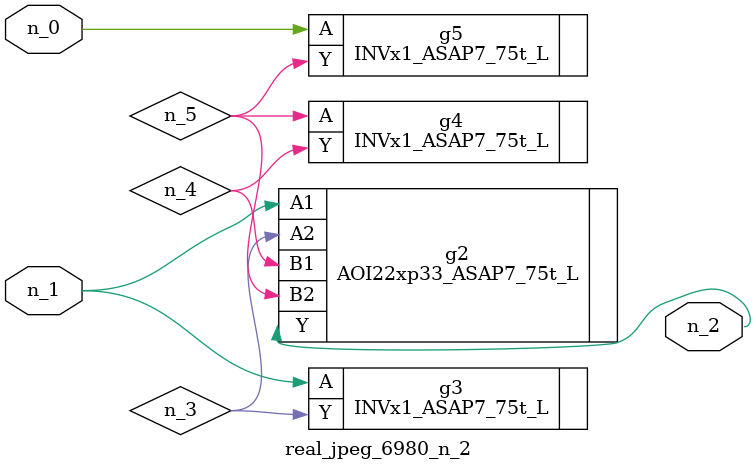
<source format=v>
module real_jpeg_6980_n_2 (n_1, n_0, n_2);

input n_1;
input n_0;

output n_2;

wire n_5;
wire n_4;
wire n_3;

INVx1_ASAP7_75t_L g5 ( 
.A(n_0),
.Y(n_5)
);

AOI22xp33_ASAP7_75t_L g2 ( 
.A1(n_1),
.A2(n_3),
.B1(n_4),
.B2(n_5),
.Y(n_2)
);

INVx1_ASAP7_75t_L g3 ( 
.A(n_1),
.Y(n_3)
);

INVx1_ASAP7_75t_L g4 ( 
.A(n_5),
.Y(n_4)
);


endmodule
</source>
